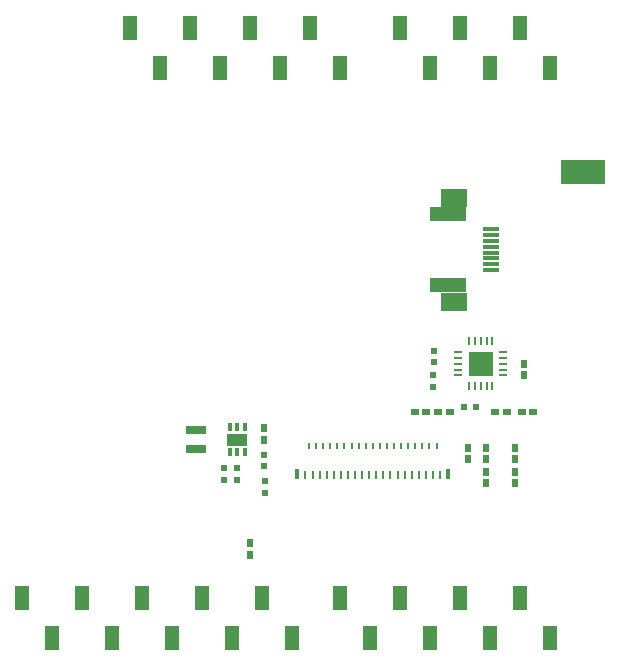
<source format=gtp>
G04*
G04 #@! TF.GenerationSoftware,Altium Limited,Altium Designer,19.0.15 (446)*
G04*
G04 Layer_Color=8421504*
%FSLAX44Y44*%
%MOMM*%
G71*
G01*
G75*
%ADD16R,1.8000X0.8000*%
%ADD17R,2.0000X2.0000*%
%ADD18R,0.8000X0.2700*%
%ADD19R,0.2700X0.8000*%
%ADD20R,0.6000X0.6500*%
%ADD21R,1.2700X2.0300*%
%ADD22R,0.6000X0.6000*%
%ADD23R,0.6000X0.6000*%
%ADD24R,0.3500X0.6500*%
%ADD25R,1.7500X1.0600*%
%ADD26R,0.6500X0.6000*%
%ADD27R,3.8000X2.0300*%
%ADD28R,3.1000X1.2500*%
%ADD29R,2.2000X1.6000*%
%ADD30R,1.4000X0.3000*%
%ADD31R,0.2500X0.5200*%
%ADD32R,0.2500X0.7200*%
%ADD33R,0.3000X0.8500*%
D16*
X195600Y-98600D02*
D03*
Y-82600D02*
D03*
D17*
X436300Y-26000D02*
D03*
D18*
X417300Y-36000D02*
D03*
Y-31000D02*
D03*
Y-26000D02*
D03*
Y-21000D02*
D03*
Y-16000D02*
D03*
X455300D02*
D03*
Y-21000D02*
D03*
Y-26000D02*
D03*
Y-31000D02*
D03*
Y-36000D02*
D03*
D19*
X426300Y-7000D02*
D03*
X431300D02*
D03*
X436300D02*
D03*
X441300D02*
D03*
X446300D02*
D03*
Y-45000D02*
D03*
X441300D02*
D03*
X436300D02*
D03*
X431300D02*
D03*
X426300D02*
D03*
D20*
X241463Y-178250D02*
D03*
Y-187750D02*
D03*
X441054Y-117836D02*
D03*
Y-127336D02*
D03*
X441090Y-97250D02*
D03*
Y-106750D02*
D03*
X473300Y-35850D02*
D03*
Y-26350D02*
D03*
X253300Y-90450D02*
D03*
Y-80950D02*
D03*
X425500Y-106850D02*
D03*
Y-97350D02*
D03*
X465000Y-126924D02*
D03*
Y-117424D02*
D03*
X465000Y-97250D02*
D03*
Y-106750D02*
D03*
D21*
X48250Y-224150D02*
D03*
X73650Y-258450D02*
D03*
X99050Y-224150D02*
D03*
X124450Y-258450D02*
D03*
X149850Y-224150D02*
D03*
X175250Y-258450D02*
D03*
X200650Y-224150D02*
D03*
X226050Y-258450D02*
D03*
X276850D02*
D03*
X251450Y-224150D02*
D03*
X469900D02*
D03*
X495300Y-258450D02*
D03*
X444500D02*
D03*
X419100Y-224150D02*
D03*
X393700Y-258450D02*
D03*
X368300Y-224150D02*
D03*
X342900Y-258450D02*
D03*
X317500Y-224150D02*
D03*
X495250Y224150D02*
D03*
X469850Y258450D02*
D03*
X444450Y224150D02*
D03*
X419050Y258450D02*
D03*
X368250D02*
D03*
X393650Y224150D02*
D03*
X165050D02*
D03*
X139650Y258450D02*
D03*
X190450D02*
D03*
X215850Y224150D02*
D03*
X241250Y258450D02*
D03*
X266650Y224150D02*
D03*
X292050Y258450D02*
D03*
X317450Y224150D02*
D03*
D22*
X218900Y-124400D02*
D03*
Y-114400D02*
D03*
X396500Y-15000D02*
D03*
Y-25000D02*
D03*
X396200Y-45600D02*
D03*
Y-35600D02*
D03*
X253500Y-135600D02*
D03*
Y-125600D02*
D03*
X230300Y-114500D02*
D03*
Y-124500D02*
D03*
X253300Y-113100D02*
D03*
Y-103100D02*
D03*
D23*
X432200Y-62400D02*
D03*
X422200D02*
D03*
D24*
X223900Y-101000D02*
D03*
X230400D02*
D03*
X236900D02*
D03*
Y-80000D02*
D03*
X230400D02*
D03*
X223900D02*
D03*
D25*
X230400Y-90500D02*
D03*
D26*
X448750Y-67200D02*
D03*
X458250D02*
D03*
X470950Y-67100D02*
D03*
X480450D02*
D03*
X410050Y-67400D02*
D03*
X400550D02*
D03*
X390250D02*
D03*
X380750D02*
D03*
D27*
X523199Y135899D02*
D03*
D28*
X408954Y100250D02*
D03*
Y40750D02*
D03*
D29*
X413454Y114500D02*
D03*
Y26500D02*
D03*
D30*
X444954Y88000D02*
D03*
Y83000D02*
D03*
Y78000D02*
D03*
Y73000D02*
D03*
Y68000D02*
D03*
Y63000D02*
D03*
Y53000D02*
D03*
Y58000D02*
D03*
D31*
X291000Y-96000D02*
D03*
X297000D02*
D03*
X303000D02*
D03*
X309000D02*
D03*
X315000D02*
D03*
X321000D02*
D03*
X327000D02*
D03*
X333000D02*
D03*
X339000D02*
D03*
X345000D02*
D03*
X351000D02*
D03*
X363000D02*
D03*
X369000D02*
D03*
X375000D02*
D03*
X381000D02*
D03*
X387000D02*
D03*
X393000D02*
D03*
X399000D02*
D03*
X357000D02*
D03*
D32*
X354000Y-120300D02*
D03*
X402000D02*
D03*
X396000D02*
D03*
X390000D02*
D03*
X384000D02*
D03*
X378000D02*
D03*
X372000D02*
D03*
X366000D02*
D03*
X360000D02*
D03*
X348000D02*
D03*
X342000D02*
D03*
X336000D02*
D03*
X330000D02*
D03*
X324000D02*
D03*
X318000D02*
D03*
X312000D02*
D03*
X306000D02*
D03*
X300000D02*
D03*
X294000D02*
D03*
X288000D02*
D03*
D33*
X408700Y-119650D02*
D03*
X280900D02*
D03*
M02*

</source>
